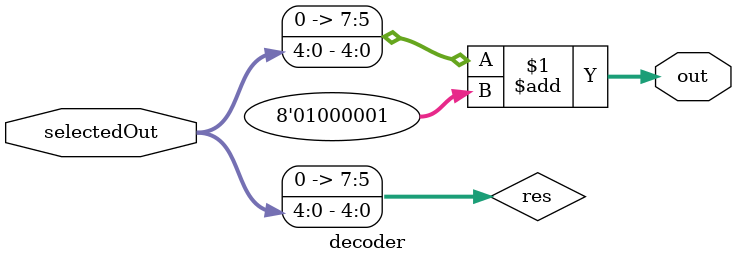
<source format=v>
`timescale 1ns/100ps

module MEM (output [8:1] out, input [8:1] in, input [1:0] setting);


    // Variables for outputs from each black box module
        // varible to store output from black box 1
    wire [4:0] out1;

        // varible to store output from black box 2
    wire [4:0] out2;

        // varible to store output from black box 3
    wire [4:0] out3;

        // varible to store output from black box 4
    wire [4:0] out4;



    // Varible to get 5 bit binary encoding for the 8 bit ASCII character
    wire [4:0] encodedInput;



    // Variable to select the bits from all black boxes based on setting
    wire [4:0] selectedOut;



    // Encoder module thread instantiated
    // (output: stored in encodedInput variable after converting to 5 bit encoding from 8 bit ASCII, input: input to machine (character in ASCII))
    encoder Encoder (encodedInput, in);



    // Black box threads instantiated 
        // black box 1 (output: output bits from box1, input: encodedInput bits from encoder module)
    block1 box1 (out1, encodedInput);
    
        // black box 1 (output: output bits from box2, input: encodedInput bits from encoder module)
    block2 box2 (out2, encodedInput);

        // black box 1 (output: output bits from box3, input: encodedInput bits from encoder module)
    block3 box3 (out3, encodedInput);

        // black box 1 (output: output bits from box4, input: encodedInput bits from encoder module)
    block4 box4 (out4, encodedInput);



    // Selection logic
    assign selectedOut[0] = (~setting[0] & ~setting[1] & out1[0]) | (setting[0] & ~setting[1] & out2[0]) | (~setting[0] & setting[1] & out3[0]) | (setting[0] & setting[1] & out4[0]);
    assign selectedOut[1] = (~setting[0] & ~setting[1] & out1[1]) | (setting[0] & ~setting[1] & out2[1]) | (~setting[0] & setting[1] & out3[1]) | (setting[0] & setting[1] & out4[1]);
    assign selectedOut[2] = (~setting[0] & ~setting[1] & out1[2]) | (setting[0] & ~setting[1] & out2[2]) | (~setting[0] & setting[1] & out3[2]) | (setting[0] & setting[1] & out4[2]);
    assign selectedOut[3] = (~setting[0] & ~setting[1] & out1[3]) | (setting[0] & ~setting[1] & out2[3]) | (~setting[0] & setting[1] & out3[3]) | (setting[0] & setting[1] & out4[3]);
    assign selectedOut[4] = (~setting[0] & ~setting[1] & out1[4]) | (setting[0] & ~setting[1] & out2[4]) | (~setting[0] & setting[1] & out3[4]) | (setting[0] & setting[1] & out4[4]);
    


    // Decoder module thread instantiated 
    // (output: output of the machine, input: selected bits from selection logic)
    decoder Decoder (out, selectedOut);
    

endmodule

// Module depicting black box 1 functionality in circuit
module block1 (output [4:0] out, input [4:0] in);

    // F5 = D'CE' + AD'E' + ACD + A'C'DE' + A'B'C'D' + A'B'D'E 
    assign out[0] = (~in[1] & in[2] & ~in[0]) | (in[4] & ~in[1] & ~in[0]) | (in[4] & in[2] & in[1]) | (~in[4] & ~in[2] & in[1] & ~in[0]) | (~in[4] & in[3] & ~in[2] & ~in[1]) | (~in[4] & ~in[3] & ~in[1] & in[0]);
    
    // F4 = AE' + AB + B'D'E' + B'CE' + ACD' + A'B'C'E 
    assign out[1] = (in[4] & ~in[0]) | (in[4] & in[3]) | (~in[3] & ~in[1] & ~in[0]) | (~in[3] & in[2] & ~in[0]) | (in[4] & in[2] & ~in[1]) | (~in[4] & ~in[3] & ~in[2] & in[0]);
    
    // F3 = A'C'D' + AB'C' + A'B'DE + A'BC'E' + AB'D'E'
    assign out[2] = (~in[4] & ~in[2] & ~in[1]) | (in[4] & ~in[3] & ~in[2]) | (~in[4] & ~in[3] & in[1] & in[0]) | (~in[4] & in[3] & ~in[2] & ~in[0]) | (in[4] & ~in[3] & ~in[1] & ~in[0]);
    
    // F2 = C'D'E' + CD'E + A'B'C'E' + AB'C'D' + BC'DE;
    assign out[3] = (~in[2] & ~in[1] & ~in[0]) | (in[2] & ~in[1] & in[0]) | (~in[4] & ~in[3] & ~in[2] & ~in[0]) | (in[4] & ~in[3] & ~in[2] & ~in[1]) | (in[3] & ~in[2] & in[1] & in[0]);
    
    // F1 = A'B'D + A'C'D + A'DE + A'B'C'E + A'CD'E'
    assign out[4] = (~in[4] & ~in[3] & in[1]) | (~in[4] & ~in[2] & in[1]) | (~in[4] & in[1] & in[0]) | (~in[4] & ~in[3] & ~in[2] & in[0]) | (~in[4] & in[2] & ~in[1] & ~in[0]);

endmodule

// Module depicting black box 2 functionality in circuit
module block2 (output [4:0] out, input [4:0] in);

    // F5 = A'D'E + A'CE + BCD' + ACD' + A'B'C'E' + B'C'D'E' + AC'DE 
    assign out[0] = (~in[4] & ~in[1] & in[0]) | (~in[4] & in[2] & in[0]) | (in[3] & in[2] & ~in[1]) | (in[4] & in[2] & ~in[1]) | (~in[4] & ~in[3] & ~in[2] & ~in[0]) | (~in[3] & ~in[2] & ~in[1] & ~in[0]) | (in[4] & ~in[2] & in[1] & in[0]);
    
    // F4 = A'DE' + CDE' + B'C'D'E' + A'B'C'D + A'B'CD' + A'BD'E
    assign out[1] = (~in[4] & in[1] & ~in[0]) | (in[2] & in[1] & ~in[0]) | (~in[3] & ~in[2] & ~in[1] & ~in[0]) | (~in[4] & ~in[3] & ~in[2] & in[1]) | (~in[4] & ~in[3] & in[2] & ~in[1]) | (~in[4] & in[3] & ~in[1] & in[0]);
    
    // F3 = A'CE + A'CD + BDE' + AC'D'E + A'B'C'D' + AC'DE'
    assign out[2] = (~in[4] & in[2] & in[0]) | (~in[4] & in[2] & in[1]) | (in[3] & in[1] & ~in[0]) | (in[4] & ~in[2] & ~in[1] & in[0]) | (~in[4] & ~in[3] & ~in[2] & ~in[1]) | (in[4] & ~in[2] & in[1] & ~in[0]);
    
    // F2 = BCE + AD'E' + B'CDE' + BC'D'E' + AB'C'E
    assign out[3] = (in[3] & in[2] & in[0]) | (in[4] & ~in[1] & ~in[0]) | (~in[3] & in[2] & in[1] & ~in[0]) | (in[3] & ~in[2] & ~in[1] & ~in[0]) | (in[4] & ~in[3] & ~in[2] & in[0]);
    
    // F1 = A'C'D' + A'BC' + CD'E' + BC'E
    assign out[4] = (~in[4] & ~in[2] & ~in[1]) | (~in[4] & in[3] & ~in[2]) | (in[2] & ~in[1] & ~in[0]) | (in[3] & ~in[2] & in[0]);

endmodule

// Module depicting black box 3 functionality in circuit
module block3 (output [4:0] out, input [4:0] in);

    // 
    assign out[0] = (~in[4]&~in[3]&~in[2])|(~in[3]&in[2]&~in[1])|(~in[2]&in[1]&in[0])|(in[2]&~in[1]&~in[0])|(in[4]&in[1]&~in[0]);
    // 
    assign out[1] = (in[2]&in[1])|(~in[4]&~in[3]&in[1])|(~in[4]&in[1]&in[0])|(~in[4]&~in[3]&in[2]&in[0])|(in[4]&~in[3]&~in[2]&~in[0]);
    // 
    assign out[2] = (~in[3]&in[1]&~in[0])|(in[3]&~in[1]&in[0])|(in[3]&in[2]&in[1])|(in[4]&in[2]&~in[0])|(in[4]&~in[2]&in[1])|(~in[4]&~in[2]&~in[1]&in[0]);
    // 
    assign out[3] = (in[4]&in[3])|(~in[3]&in[2]&~in[0])|(in[3]&~in[1]&~in[0])|(in[4]&~in[1]&~in[0])|(~in[4]&~in[3]&~in[2]&in[1]&in[0]);
    // 
    assign out[4] = (in[3]&in[2]&~in[1])|(in[3]&in[2]&in[0])|(~in[4]&~in[3]&~in[2]&~in[1])|(~in[4]&~in[3]&~in[1]&in[0])|(~in[4]&in[3]&~in[2]&~in[0])|(in[4]&~in[2]&in[1]&~in[0])|(in[4]&in[2]&in[1]&in[0]);
    

endmodule

// Module depicting black box 4 functionality in circuit
module block4 (output [4:0] out, input [4:0] in);

    //
    assign out[0] = (in[4]&~in[0])|(~in[3]&~in[1]&~in[0])|(in[2]&in[1]&~in[0])|(in[3]&~in[2]&~in[0])|(~in[4]&~in[3]&in[2]&in[1])|(in[4]&~in[3]&~in[2]&~in[1]);
    //
    assign out[1] = (in[4]&~in[3]&~in[2])|(in[3]&in[1]&~in[0])|(in[3]&in[2]&~in[1])|(in[4]&~in[2]&in[0])|(in[4]&in[1]&in[0])|(~in[3]&~in[2]&in[1]&in[0])|(in[4]&~in[3]&~in[1]&~in[0]);
    //
    assign out[2] = (in[3]&~in[1]&in[0])|(in[3]&in[2]&in[1])|(~in[4]&~in[2]&~in[1]&~in[0])|(~in[4]&~in[3]&in[1]&~in[0])|(in[4]&~in[2]&~in[1]&in[0])|(in[4]&in[2]&~in[1]&~in[0])|(in[4]&in[2]&in[1]&in[0]);
    //
    assign out[3] = (in[4]&in[2])|(~in[3]&in[2]&~in[0])|(in[4]&in[1]&in[0])|(~in[4]&~in[3]&in[1]&~in[0])|(in[4]&~in[3]&~in[1]&~in[0])|(~in[4]&~in[3]&~in[2]&~in[1]&in[0]);
    //
    assign out[4] = (in[3]&in[1])|(~in[4]&in[1]&in[0])|(in[4]&in[3]&in[0])|(~in[4]&~in[3]&~in[2]&in[0])|(~in[4]&in[3]&~in[2]&~in[0])|(in[4]&in[2]&in[1]&~in[0]);

endmodule

module encoder (output [4:0] encodedInput, input [8:1] in);

    wire [8:1] res;

    assign res = in - "A";

    assign encodedInput[4] = res[5];
    assign encodedInput[3] = res[4];
    assign encodedInput[2] = res[3];
    assign encodedInput[1] = res[2];
    assign encodedInput[0] = res[1];

endmodule

module decoder (output [8:1] out, input [4:0] selectedOut);

    wire [8:1] res;

    assign res[8] = 1'b0;
    assign res[7] = 1'b0;
    assign res[6] = 1'b0;
    assign res[5] = selectedOut[4];
    assign res[4] = selectedOut[3];
    assign res[3] = selectedOut[2];
    assign res[2] = selectedOut[1];
    assign res[1] = selectedOut[0];

    assign out = res + "A";

endmodule



</source>
